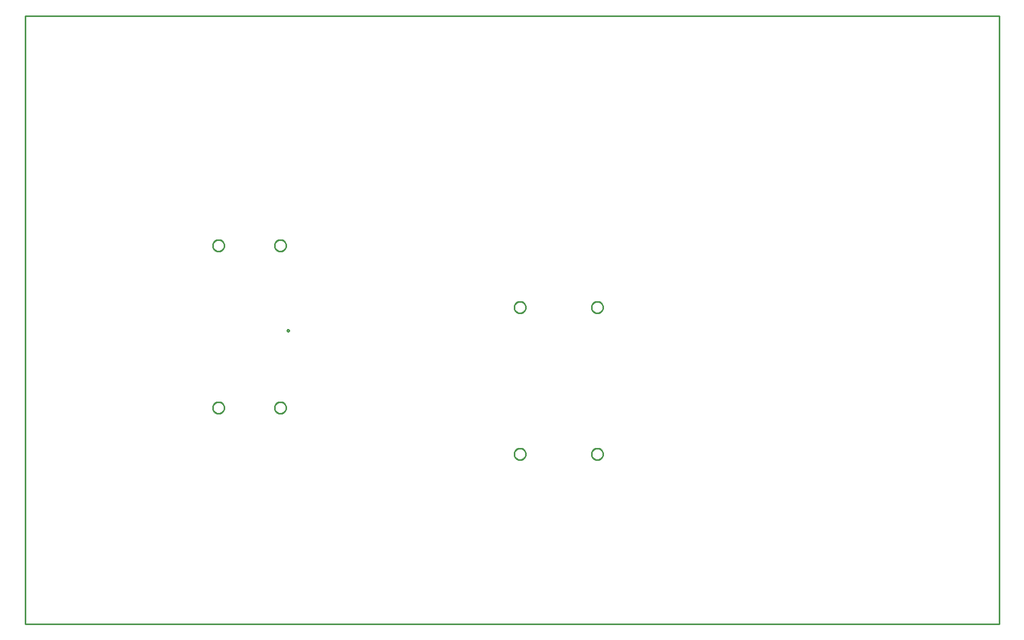
<source format=gbr>
G04 EAGLE Gerber RS-274X export*
G75*
%MOMM*%
%FSLAX34Y34*%
%LPD*%
%IN*%
%IPPOS*%
%AMOC8*
5,1,8,0,0,1.08239X$1,22.5*%
G01*
%ADD10C,0.254000*%


D10*
X0Y0D02*
X1600000Y0D01*
X1600000Y1000000D01*
X0Y1000000D01*
X0Y0D01*
X433550Y482428D02*
X433483Y482090D01*
X433351Y481771D01*
X433159Y481484D01*
X432916Y481241D01*
X432629Y481049D01*
X432310Y480917D01*
X431972Y480850D01*
X431628Y480850D01*
X431290Y480917D01*
X430971Y481049D01*
X430684Y481241D01*
X430441Y481484D01*
X430249Y481771D01*
X430117Y482090D01*
X430050Y482428D01*
X430050Y482772D01*
X430117Y483110D01*
X430249Y483429D01*
X430441Y483716D01*
X430684Y483959D01*
X430971Y484151D01*
X431290Y484283D01*
X431628Y484350D01*
X431972Y484350D01*
X432310Y484283D01*
X432629Y484151D01*
X432916Y483959D01*
X433159Y483716D01*
X433351Y483429D01*
X433483Y483110D01*
X433550Y482772D01*
X433550Y482428D01*
X327025Y621884D02*
X326953Y621056D01*
X326808Y620236D01*
X326593Y619433D01*
X326308Y618651D01*
X325957Y617898D01*
X325541Y617177D01*
X325064Y616496D01*
X324529Y615859D01*
X323941Y615271D01*
X323304Y614736D01*
X322623Y614259D01*
X321902Y613843D01*
X321149Y613492D01*
X320367Y613207D01*
X319564Y612992D01*
X318744Y612848D01*
X317916Y612775D01*
X317084Y612775D01*
X316256Y612848D01*
X315436Y612992D01*
X314633Y613207D01*
X313851Y613492D01*
X313098Y613843D01*
X312377Y614259D01*
X311696Y614736D01*
X311059Y615271D01*
X310471Y615859D01*
X309936Y616496D01*
X309459Y617177D01*
X309043Y617898D01*
X308692Y618651D01*
X308407Y619433D01*
X308192Y620236D01*
X308048Y621056D01*
X307975Y621884D01*
X307975Y622716D01*
X308048Y623544D01*
X308192Y624364D01*
X308407Y625167D01*
X308692Y625949D01*
X309043Y626702D01*
X309459Y627423D01*
X309936Y628104D01*
X310471Y628741D01*
X311059Y629329D01*
X311696Y629864D01*
X312377Y630341D01*
X313098Y630757D01*
X313851Y631108D01*
X314633Y631393D01*
X315436Y631608D01*
X316256Y631753D01*
X317084Y631825D01*
X317916Y631825D01*
X318744Y631753D01*
X319564Y631608D01*
X320367Y631393D01*
X321149Y631108D01*
X321902Y630757D01*
X322623Y630341D01*
X323304Y629864D01*
X323941Y629329D01*
X324529Y628741D01*
X325064Y628104D01*
X325541Y627423D01*
X325957Y626702D01*
X326308Y625949D01*
X326593Y625167D01*
X326808Y624364D01*
X326953Y623544D01*
X327025Y622716D01*
X327025Y621884D01*
X428625Y621884D02*
X428553Y621056D01*
X428408Y620236D01*
X428193Y619433D01*
X427908Y618651D01*
X427557Y617898D01*
X427141Y617177D01*
X426664Y616496D01*
X426129Y615859D01*
X425541Y615271D01*
X424904Y614736D01*
X424223Y614259D01*
X423502Y613843D01*
X422749Y613492D01*
X421967Y613207D01*
X421164Y612992D01*
X420344Y612848D01*
X419516Y612775D01*
X418684Y612775D01*
X417856Y612848D01*
X417036Y612992D01*
X416233Y613207D01*
X415451Y613492D01*
X414698Y613843D01*
X413977Y614259D01*
X413296Y614736D01*
X412659Y615271D01*
X412071Y615859D01*
X411536Y616496D01*
X411059Y617177D01*
X410643Y617898D01*
X410292Y618651D01*
X410007Y619433D01*
X409792Y620236D01*
X409648Y621056D01*
X409575Y621884D01*
X409575Y622716D01*
X409648Y623544D01*
X409792Y624364D01*
X410007Y625167D01*
X410292Y625949D01*
X410643Y626702D01*
X411059Y627423D01*
X411536Y628104D01*
X412071Y628741D01*
X412659Y629329D01*
X413296Y629864D01*
X413977Y630341D01*
X414698Y630757D01*
X415451Y631108D01*
X416233Y631393D01*
X417036Y631608D01*
X417856Y631753D01*
X418684Y631825D01*
X419516Y631825D01*
X420344Y631753D01*
X421164Y631608D01*
X421967Y631393D01*
X422749Y631108D01*
X423502Y630757D01*
X424223Y630341D01*
X424904Y629864D01*
X425541Y629329D01*
X426129Y628741D01*
X426664Y628104D01*
X427141Y627423D01*
X427557Y626702D01*
X427908Y625949D01*
X428193Y625167D01*
X428408Y624364D01*
X428553Y623544D01*
X428625Y622716D01*
X428625Y621884D01*
X327025Y355184D02*
X326953Y354356D01*
X326808Y353536D01*
X326593Y352733D01*
X326308Y351951D01*
X325957Y351198D01*
X325541Y350477D01*
X325064Y349796D01*
X324529Y349159D01*
X323941Y348571D01*
X323304Y348036D01*
X322623Y347559D01*
X321902Y347143D01*
X321149Y346792D01*
X320367Y346507D01*
X319564Y346292D01*
X318744Y346148D01*
X317916Y346075D01*
X317084Y346075D01*
X316256Y346148D01*
X315436Y346292D01*
X314633Y346507D01*
X313851Y346792D01*
X313098Y347143D01*
X312377Y347559D01*
X311696Y348036D01*
X311059Y348571D01*
X310471Y349159D01*
X309936Y349796D01*
X309459Y350477D01*
X309043Y351198D01*
X308692Y351951D01*
X308407Y352733D01*
X308192Y353536D01*
X308048Y354356D01*
X307975Y355184D01*
X307975Y356016D01*
X308048Y356844D01*
X308192Y357664D01*
X308407Y358467D01*
X308692Y359249D01*
X309043Y360002D01*
X309459Y360723D01*
X309936Y361404D01*
X310471Y362041D01*
X311059Y362629D01*
X311696Y363164D01*
X312377Y363641D01*
X313098Y364057D01*
X313851Y364408D01*
X314633Y364693D01*
X315436Y364908D01*
X316256Y365053D01*
X317084Y365125D01*
X317916Y365125D01*
X318744Y365053D01*
X319564Y364908D01*
X320367Y364693D01*
X321149Y364408D01*
X321902Y364057D01*
X322623Y363641D01*
X323304Y363164D01*
X323941Y362629D01*
X324529Y362041D01*
X325064Y361404D01*
X325541Y360723D01*
X325957Y360002D01*
X326308Y359249D01*
X326593Y358467D01*
X326808Y357664D01*
X326953Y356844D01*
X327025Y356016D01*
X327025Y355184D01*
X428625Y355184D02*
X428553Y354356D01*
X428408Y353536D01*
X428193Y352733D01*
X427908Y351951D01*
X427557Y351198D01*
X427141Y350477D01*
X426664Y349796D01*
X426129Y349159D01*
X425541Y348571D01*
X424904Y348036D01*
X424223Y347559D01*
X423502Y347143D01*
X422749Y346792D01*
X421967Y346507D01*
X421164Y346292D01*
X420344Y346148D01*
X419516Y346075D01*
X418684Y346075D01*
X417856Y346148D01*
X417036Y346292D01*
X416233Y346507D01*
X415451Y346792D01*
X414698Y347143D01*
X413977Y347559D01*
X413296Y348036D01*
X412659Y348571D01*
X412071Y349159D01*
X411536Y349796D01*
X411059Y350477D01*
X410643Y351198D01*
X410292Y351951D01*
X410007Y352733D01*
X409792Y353536D01*
X409648Y354356D01*
X409575Y355184D01*
X409575Y356016D01*
X409648Y356844D01*
X409792Y357664D01*
X410007Y358467D01*
X410292Y359249D01*
X410643Y360002D01*
X411059Y360723D01*
X411536Y361404D01*
X412071Y362041D01*
X412659Y362629D01*
X413296Y363164D01*
X413977Y363641D01*
X414698Y364057D01*
X415451Y364408D01*
X416233Y364693D01*
X417036Y364908D01*
X417856Y365053D01*
X418684Y365125D01*
X419516Y365125D01*
X420344Y365053D01*
X421164Y364908D01*
X421967Y364693D01*
X422749Y364408D01*
X423502Y364057D01*
X424223Y363641D01*
X424904Y363164D01*
X425541Y362629D01*
X426129Y362041D01*
X426664Y361404D01*
X427141Y360723D01*
X427557Y360002D01*
X427908Y359249D01*
X428193Y358467D01*
X428408Y357664D01*
X428553Y356844D01*
X428625Y356016D01*
X428625Y355184D01*
X822325Y520284D02*
X822253Y519456D01*
X822108Y518636D01*
X821893Y517833D01*
X821608Y517051D01*
X821257Y516298D01*
X820841Y515577D01*
X820364Y514896D01*
X819829Y514259D01*
X819241Y513671D01*
X818604Y513136D01*
X817923Y512659D01*
X817202Y512243D01*
X816449Y511892D01*
X815667Y511607D01*
X814864Y511392D01*
X814044Y511248D01*
X813216Y511175D01*
X812384Y511175D01*
X811556Y511248D01*
X810736Y511392D01*
X809933Y511607D01*
X809151Y511892D01*
X808398Y512243D01*
X807677Y512659D01*
X806996Y513136D01*
X806359Y513671D01*
X805771Y514259D01*
X805236Y514896D01*
X804759Y515577D01*
X804343Y516298D01*
X803992Y517051D01*
X803707Y517833D01*
X803492Y518636D01*
X803348Y519456D01*
X803275Y520284D01*
X803275Y521116D01*
X803348Y521944D01*
X803492Y522764D01*
X803707Y523567D01*
X803992Y524349D01*
X804343Y525102D01*
X804759Y525823D01*
X805236Y526504D01*
X805771Y527141D01*
X806359Y527729D01*
X806996Y528264D01*
X807677Y528741D01*
X808398Y529157D01*
X809151Y529508D01*
X809933Y529793D01*
X810736Y530008D01*
X811556Y530153D01*
X812384Y530225D01*
X813216Y530225D01*
X814044Y530153D01*
X814864Y530008D01*
X815667Y529793D01*
X816449Y529508D01*
X817202Y529157D01*
X817923Y528741D01*
X818604Y528264D01*
X819241Y527729D01*
X819829Y527141D01*
X820364Y526504D01*
X820841Y525823D01*
X821257Y525102D01*
X821608Y524349D01*
X821893Y523567D01*
X822108Y522764D01*
X822253Y521944D01*
X822325Y521116D01*
X822325Y520284D01*
X949325Y520284D02*
X949253Y519456D01*
X949108Y518636D01*
X948893Y517833D01*
X948608Y517051D01*
X948257Y516298D01*
X947841Y515577D01*
X947364Y514896D01*
X946829Y514259D01*
X946241Y513671D01*
X945604Y513136D01*
X944923Y512659D01*
X944202Y512243D01*
X943449Y511892D01*
X942667Y511607D01*
X941864Y511392D01*
X941044Y511248D01*
X940216Y511175D01*
X939384Y511175D01*
X938556Y511248D01*
X937736Y511392D01*
X936933Y511607D01*
X936151Y511892D01*
X935398Y512243D01*
X934677Y512659D01*
X933996Y513136D01*
X933359Y513671D01*
X932771Y514259D01*
X932236Y514896D01*
X931759Y515577D01*
X931343Y516298D01*
X930992Y517051D01*
X930707Y517833D01*
X930492Y518636D01*
X930348Y519456D01*
X930275Y520284D01*
X930275Y521116D01*
X930348Y521944D01*
X930492Y522764D01*
X930707Y523567D01*
X930992Y524349D01*
X931343Y525102D01*
X931759Y525823D01*
X932236Y526504D01*
X932771Y527141D01*
X933359Y527729D01*
X933996Y528264D01*
X934677Y528741D01*
X935398Y529157D01*
X936151Y529508D01*
X936933Y529793D01*
X937736Y530008D01*
X938556Y530153D01*
X939384Y530225D01*
X940216Y530225D01*
X941044Y530153D01*
X941864Y530008D01*
X942667Y529793D01*
X943449Y529508D01*
X944202Y529157D01*
X944923Y528741D01*
X945604Y528264D01*
X946241Y527729D01*
X946829Y527141D01*
X947364Y526504D01*
X947841Y525823D01*
X948257Y525102D01*
X948608Y524349D01*
X948893Y523567D01*
X949108Y522764D01*
X949253Y521944D01*
X949325Y521116D01*
X949325Y520284D01*
X949325Y278984D02*
X949253Y278156D01*
X949108Y277336D01*
X948893Y276533D01*
X948608Y275751D01*
X948257Y274998D01*
X947841Y274277D01*
X947364Y273596D01*
X946829Y272959D01*
X946241Y272371D01*
X945604Y271836D01*
X944923Y271359D01*
X944202Y270943D01*
X943449Y270592D01*
X942667Y270307D01*
X941864Y270092D01*
X941044Y269948D01*
X940216Y269875D01*
X939384Y269875D01*
X938556Y269948D01*
X937736Y270092D01*
X936933Y270307D01*
X936151Y270592D01*
X935398Y270943D01*
X934677Y271359D01*
X933996Y271836D01*
X933359Y272371D01*
X932771Y272959D01*
X932236Y273596D01*
X931759Y274277D01*
X931343Y274998D01*
X930992Y275751D01*
X930707Y276533D01*
X930492Y277336D01*
X930348Y278156D01*
X930275Y278984D01*
X930275Y279816D01*
X930348Y280644D01*
X930492Y281464D01*
X930707Y282267D01*
X930992Y283049D01*
X931343Y283802D01*
X931759Y284523D01*
X932236Y285204D01*
X932771Y285841D01*
X933359Y286429D01*
X933996Y286964D01*
X934677Y287441D01*
X935398Y287857D01*
X936151Y288208D01*
X936933Y288493D01*
X937736Y288708D01*
X938556Y288853D01*
X939384Y288925D01*
X940216Y288925D01*
X941044Y288853D01*
X941864Y288708D01*
X942667Y288493D01*
X943449Y288208D01*
X944202Y287857D01*
X944923Y287441D01*
X945604Y286964D01*
X946241Y286429D01*
X946829Y285841D01*
X947364Y285204D01*
X947841Y284523D01*
X948257Y283802D01*
X948608Y283049D01*
X948893Y282267D01*
X949108Y281464D01*
X949253Y280644D01*
X949325Y279816D01*
X949325Y278984D01*
X822325Y278984D02*
X822253Y278156D01*
X822108Y277336D01*
X821893Y276533D01*
X821608Y275751D01*
X821257Y274998D01*
X820841Y274277D01*
X820364Y273596D01*
X819829Y272959D01*
X819241Y272371D01*
X818604Y271836D01*
X817923Y271359D01*
X817202Y270943D01*
X816449Y270592D01*
X815667Y270307D01*
X814864Y270092D01*
X814044Y269948D01*
X813216Y269875D01*
X812384Y269875D01*
X811556Y269948D01*
X810736Y270092D01*
X809933Y270307D01*
X809151Y270592D01*
X808398Y270943D01*
X807677Y271359D01*
X806996Y271836D01*
X806359Y272371D01*
X805771Y272959D01*
X805236Y273596D01*
X804759Y274277D01*
X804343Y274998D01*
X803992Y275751D01*
X803707Y276533D01*
X803492Y277336D01*
X803348Y278156D01*
X803275Y278984D01*
X803275Y279816D01*
X803348Y280644D01*
X803492Y281464D01*
X803707Y282267D01*
X803992Y283049D01*
X804343Y283802D01*
X804759Y284523D01*
X805236Y285204D01*
X805771Y285841D01*
X806359Y286429D01*
X806996Y286964D01*
X807677Y287441D01*
X808398Y287857D01*
X809151Y288208D01*
X809933Y288493D01*
X810736Y288708D01*
X811556Y288853D01*
X812384Y288925D01*
X813216Y288925D01*
X814044Y288853D01*
X814864Y288708D01*
X815667Y288493D01*
X816449Y288208D01*
X817202Y287857D01*
X817923Y287441D01*
X818604Y286964D01*
X819241Y286429D01*
X819829Y285841D01*
X820364Y285204D01*
X820841Y284523D01*
X821257Y283802D01*
X821608Y283049D01*
X821893Y282267D01*
X822108Y281464D01*
X822253Y280644D01*
X822325Y279816D01*
X822325Y278984D01*
M02*

</source>
